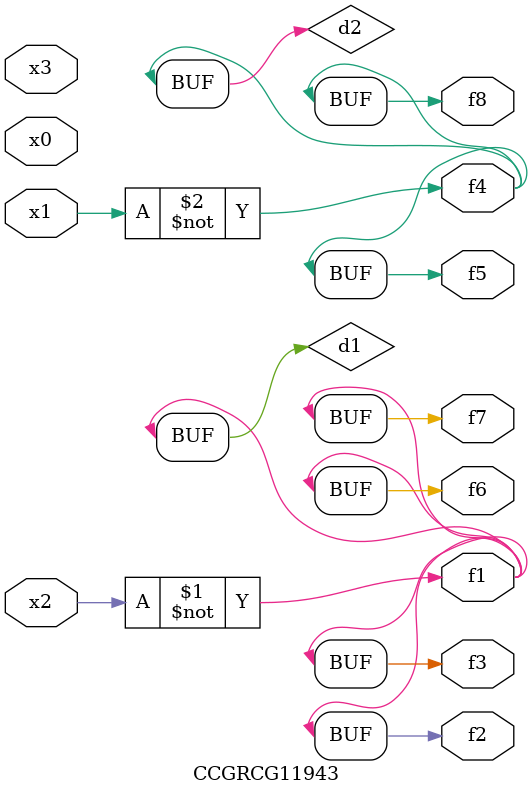
<source format=v>
module CCGRCG11943(
	input x0, x1, x2, x3,
	output f1, f2, f3, f4, f5, f6, f7, f8
);

	wire d1, d2;

	xnor (d1, x2);
	not (d2, x1);
	assign f1 = d1;
	assign f2 = d1;
	assign f3 = d1;
	assign f4 = d2;
	assign f5 = d2;
	assign f6 = d1;
	assign f7 = d1;
	assign f8 = d2;
endmodule

</source>
